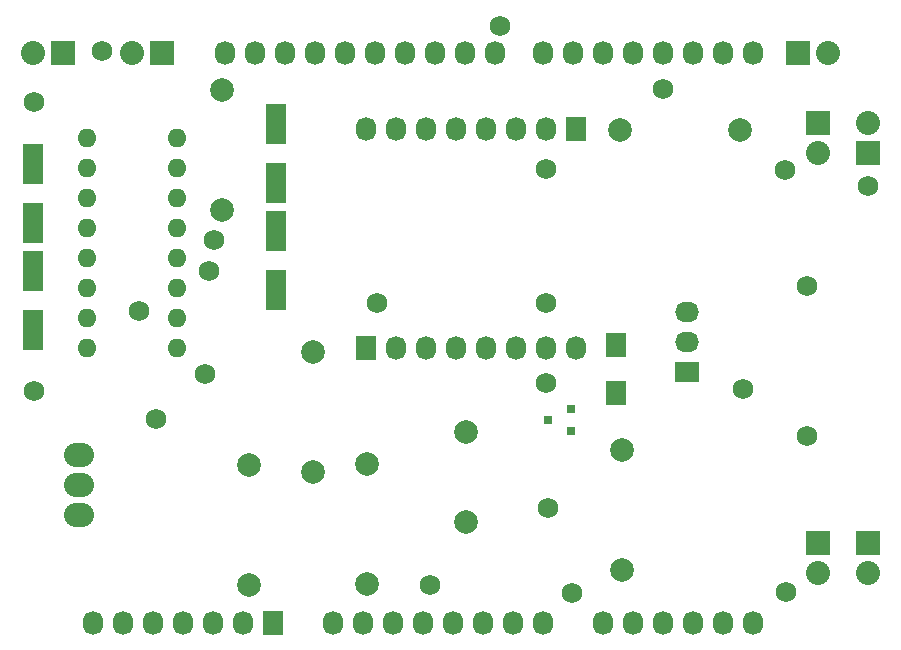
<source format=gbr>
G04 #@! TF.FileFunction,Soldermask,Top*
%FSLAX45Y45*%
G04 Gerber Fmt 4.5, Leading zero omitted, Abs format (unit mm)*
G04 Created by KiCad (PCBNEW 4.0.4-stable) date 10/22/16 14:43:45*
%MOMM*%
%LPD*%
G01*
G04 APERTURE LIST*
%ADD10C,0.100000*%
%ADD11O,1.727200X2.032000*%
%ADD12R,2.032000X2.032000*%
%ADD13O,2.032000X2.032000*%
%ADD14R,1.727200X2.032000*%
%ADD15R,2.032000X1.727200*%
%ADD16O,2.032000X1.727200*%
%ADD17R,0.800100X0.800100*%
%ADD18R,1.700000X2.000000*%
%ADD19C,2.000000*%
%ADD20O,2.540000X2.032000*%
%ADD21R,1.800860X3.500120*%
%ADD22C,1.998980*%
%ADD23O,1.600000X1.600000*%
%ADD24C,1.750000*%
G04 APERTURE END LIST*
D10*
D11*
X13893800Y-12382500D03*
X14147800Y-12382500D03*
X14401800Y-12382500D03*
X14655800Y-12382500D03*
X14909800Y-12382500D03*
X15163800Y-12382500D03*
X15417800Y-12382500D03*
X15671800Y-12382500D03*
X16179800Y-12382500D03*
X16433800Y-12382500D03*
X16687800Y-12382500D03*
X16941800Y-12382500D03*
X17195800Y-12382500D03*
X17449800Y-12382500D03*
X12979400Y-7556500D03*
X13233400Y-7556500D03*
X13487400Y-7556500D03*
X13741400Y-7556500D03*
X13995400Y-7556500D03*
X14249400Y-7556500D03*
X14503400Y-7556500D03*
X14757400Y-7556500D03*
X15011400Y-7556500D03*
X15265400Y-7556500D03*
X15671800Y-7556500D03*
X15925800Y-7556500D03*
X16179800Y-7556500D03*
X16433800Y-7556500D03*
X16687800Y-7556500D03*
X16941800Y-7556500D03*
X17195800Y-7556500D03*
X17449800Y-7556500D03*
D12*
X18425160Y-8404860D03*
D13*
X18425160Y-8150860D03*
D12*
X18003520Y-8150860D03*
D13*
X18003520Y-8404860D03*
D12*
X18003520Y-11711940D03*
D13*
X18003520Y-11965940D03*
D12*
X18425160Y-11711880D03*
D13*
X18425160Y-11965880D03*
D14*
X13390880Y-12382500D03*
D11*
X13136880Y-12382500D03*
X12882880Y-12382500D03*
X12628880Y-12382500D03*
X12374880Y-12382500D03*
X12120880Y-12382500D03*
X11866880Y-12382500D03*
D15*
X16896080Y-10259060D03*
D16*
X16896080Y-10005060D03*
X16896080Y-9751060D03*
D14*
X14178280Y-10055860D03*
D11*
X14432280Y-10055860D03*
X14686280Y-10055860D03*
X14940280Y-10055860D03*
X15194280Y-10055860D03*
X15448280Y-10055860D03*
X15702280Y-10055860D03*
X15956280Y-10055860D03*
D14*
X15956280Y-8204200D03*
D11*
X15702280Y-8204200D03*
X15448280Y-8204200D03*
X15194280Y-8204200D03*
X14940280Y-8204200D03*
X14686280Y-8204200D03*
X14432280Y-8204200D03*
X14178280Y-8204200D03*
D17*
X15916656Y-10763000D03*
X15916656Y-10573000D03*
X15716758Y-10668000D03*
D18*
X16294100Y-10036200D03*
X16294100Y-10436200D03*
D19*
X15026640Y-10768076D03*
X15026640Y-11528044D03*
D12*
X17835880Y-7556500D03*
D13*
X18089880Y-7556500D03*
D20*
X11747500Y-11221720D03*
X11747500Y-10967720D03*
X11747500Y-11475720D03*
D21*
X11358880Y-8497824D03*
X11358880Y-8997696D03*
X11358880Y-9407144D03*
X11358880Y-9907016D03*
X13411200Y-8160004D03*
X13411200Y-8659876D03*
X13411200Y-9066784D03*
X13411200Y-9566656D03*
D12*
X11615420Y-7556500D03*
D13*
X11361420Y-7556500D03*
D22*
X17343120Y-8211820D03*
X16327120Y-8211820D03*
X13189800Y-12069000D03*
X13189800Y-11053000D03*
X14187300Y-11041500D03*
X14187300Y-12057500D03*
X16344900Y-10924540D03*
X16344900Y-11940540D03*
X13731240Y-11107420D03*
X13731240Y-10091420D03*
X12954000Y-8887460D03*
X12954000Y-7871460D03*
D23*
X12578080Y-10058400D03*
X12578080Y-9804400D03*
X12578080Y-9550400D03*
X12578080Y-9296400D03*
X12578080Y-9042400D03*
X12578080Y-8788400D03*
X12578080Y-8534400D03*
X12578080Y-8280400D03*
X11816080Y-8280400D03*
X11816080Y-8534400D03*
X11816080Y-8788400D03*
X11816080Y-9042400D03*
X11816080Y-9296400D03*
X11816080Y-9550400D03*
X11816080Y-9804400D03*
X11816080Y-10058400D03*
D12*
X12447300Y-7556500D03*
D13*
X12193300Y-7556500D03*
D24*
X18427300Y-8689000D03*
X14719800Y-12061500D03*
X12402300Y-10661500D03*
X12849800Y-9406500D03*
X17734800Y-12126500D03*
X15922300Y-12129000D03*
X15702300Y-8541500D03*
X15702300Y-9674000D03*
X15699800Y-10354000D03*
X11362300Y-10424000D03*
X15717300Y-11411500D03*
X17914800Y-9531500D03*
X17909800Y-10804000D03*
X11362300Y-7974000D03*
X11939800Y-7541500D03*
X12257300Y-9741500D03*
X12892300Y-9144000D03*
X12812300Y-10279000D03*
X17724800Y-8554000D03*
X17372300Y-10406500D03*
X14272300Y-9679000D03*
X15312300Y-7329000D03*
X16687300Y-7869000D03*
M02*

</source>
